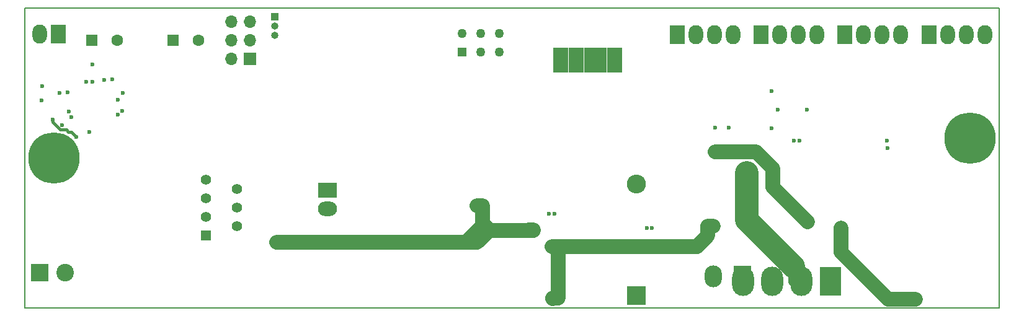
<source format=gbr>
G04 #@! TF.FileFunction,Copper,L2,Inr,Signal*
%FSLAX46Y46*%
G04 Gerber Fmt 4.6, Leading zero omitted, Abs format (unit mm)*
G04 Created by KiCad (PCBNEW 4.0.7) date 06/14/18 22:28:00*
%MOMM*%
%LPD*%
G01*
G04 APERTURE LIST*
%ADD10C,0.100000*%
%ADD11C,0.150000*%
%ADD12R,1.600000X1.600000*%
%ADD13C,1.600000*%
%ADD14R,2.600000X2.600000*%
%ADD15O,2.600000X2.600000*%
%ADD16C,7.000000*%
%ADD17R,1.700000X1.700000*%
%ADD18O,1.700000X1.700000*%
%ADD19R,1.000000X1.000000*%
%ADD20O,1.000000X1.000000*%
%ADD21R,2.350000X3.000000*%
%ADD22O,2.350000X3.000000*%
%ADD23C,1.270000*%
%ADD24R,1.270000X1.270000*%
%ADD25R,2.000000X2.600000*%
%ADD26O,2.000000X2.600000*%
%ADD27R,1.397000X1.397000*%
%ADD28C,1.397000*%
%ADD29R,1.100000X0.890000*%
%ADD30R,2.600000X2.000000*%
%ADD31O,2.600000X2.000000*%
%ADD32C,2.400000*%
%ADD33R,2.400000X2.400000*%
%ADD34R,3.000000X4.000000*%
%ADD35O,3.000000X4.000000*%
%ADD36C,0.600000*%
%ADD37C,0.415000*%
%ADD38C,2.000000*%
%ADD39C,1.470000*%
%ADD40C,3.200000*%
G04 APERTURE END LIST*
D10*
D11*
X25000000Y-164000000D02*
X25000000Y-123000000D01*
X158000000Y-164000000D02*
X25000000Y-164000000D01*
X158000000Y-123000000D02*
X158000000Y-164000000D01*
X25000000Y-123000000D02*
X158000000Y-123000000D01*
D12*
X45200000Y-127450000D03*
D13*
X48700000Y-127450000D03*
D12*
X34100000Y-127450000D03*
D13*
X37600000Y-127450000D03*
D14*
X108490000Y-162350000D03*
D15*
X108490000Y-147110000D03*
D16*
X154010000Y-140810000D03*
D17*
X55690000Y-129950000D03*
D18*
X53150000Y-129950000D03*
X55690000Y-127410000D03*
X53150000Y-127410000D03*
X55690000Y-124870000D03*
X53150000Y-124870000D03*
D19*
X59090000Y-124250000D03*
D20*
X59090000Y-125520000D03*
X59090000Y-126790000D03*
D21*
X122950000Y-159700000D03*
D22*
X118990000Y-159700000D03*
D23*
X84690000Y-126480000D03*
X87230000Y-126480000D03*
X89770000Y-126480000D03*
D24*
X84690000Y-129020000D03*
D23*
X87230000Y-129020000D03*
X89770000Y-129020000D03*
D25*
X125520000Y-126650000D03*
D26*
X128060000Y-126650000D03*
X130600000Y-126650000D03*
X133140000Y-126650000D03*
D25*
X114080000Y-126650000D03*
D26*
X116620000Y-126650000D03*
X119160000Y-126650000D03*
X121700000Y-126650000D03*
D25*
X136950000Y-126650000D03*
D26*
X139490000Y-126650000D03*
X142030000Y-126650000D03*
X144570000Y-126650000D03*
D25*
X148400000Y-126650000D03*
D26*
X150940000Y-126650000D03*
X153480000Y-126650000D03*
X156020000Y-126650000D03*
D27*
X49734000Y-154120000D03*
D28*
X53925000Y-152850000D03*
X49734000Y-151580000D03*
X53925000Y-150310000D03*
X49734000Y-149040000D03*
X53925000Y-147770000D03*
X49734000Y-146500000D03*
D29*
X106045000Y-131385000D03*
X106045000Y-130535000D03*
X106045000Y-128835000D03*
X106045000Y-129685000D03*
X104988750Y-129685000D03*
X104988750Y-128835000D03*
X104988750Y-130535000D03*
X104988750Y-131385000D03*
X103932500Y-131385000D03*
X103932500Y-130535000D03*
X103932500Y-128835000D03*
X103932500Y-129685000D03*
X102876250Y-129685000D03*
X102876250Y-128835000D03*
X102876250Y-130535000D03*
X102876250Y-131385000D03*
X101820000Y-131385000D03*
X101820000Y-130535000D03*
X101820000Y-128835000D03*
X101820000Y-129685000D03*
X100763750Y-129685000D03*
X100763750Y-128835000D03*
X100763750Y-130535000D03*
X100763750Y-131385000D03*
X99707500Y-131385000D03*
X99707500Y-130535000D03*
X99707500Y-128835000D03*
X99707500Y-129685000D03*
X98651250Y-129685000D03*
X98651250Y-128835000D03*
X98651250Y-130535000D03*
X98651250Y-131385000D03*
X97595000Y-131385000D03*
X97595000Y-130535000D03*
X97595000Y-128835000D03*
X97595000Y-129685000D03*
D16*
X29000000Y-143500000D03*
D30*
X66330000Y-147920000D03*
D31*
X66330000Y-150460000D03*
D25*
X29550000Y-126600000D03*
D26*
X27010000Y-126600000D03*
D32*
X30500000Y-159200000D03*
D33*
X27000000Y-159200000D03*
D34*
X134950000Y-160350000D03*
D35*
X130987600Y-160350000D03*
X127025200Y-160350000D03*
X123062800Y-160350000D03*
D36*
X109870000Y-153110000D03*
X110610000Y-153090000D03*
X97270000Y-151120000D03*
X96530000Y-151140000D03*
X34180000Y-133140000D03*
X34180000Y-130700000D03*
X28770000Y-138240000D03*
X32020000Y-140650000D03*
X121050000Y-142650000D03*
X119180000Y-142650000D03*
X131300000Y-151700000D03*
X131830000Y-152220000D03*
X123520000Y-145550000D03*
X122770000Y-145530000D03*
X121100000Y-139390000D03*
X119180000Y-139390000D03*
X118960000Y-152830000D03*
X118220000Y-152850000D03*
X96990000Y-155630000D03*
X97770000Y-155620000D03*
X97760000Y-162690000D03*
X97000000Y-162710000D03*
X142710000Y-141180000D03*
X142720000Y-142140000D03*
X129960000Y-141110000D03*
X130700000Y-141110000D03*
X31020000Y-137140000D03*
X35790000Y-132810000D03*
X29760000Y-134600000D03*
X30850000Y-134560000D03*
X146570000Y-162800000D03*
X136390000Y-153110000D03*
X145830000Y-162800000D03*
X136390000Y-153860000D03*
X30050000Y-139000000D03*
X33770000Y-139920000D03*
X37700000Y-137550000D03*
X27320000Y-133730000D03*
X37660000Y-135550000D03*
X33400000Y-133120000D03*
X59330000Y-155030000D03*
X60080000Y-155010000D03*
X94410000Y-153360000D03*
X93710000Y-153360000D03*
X87450000Y-150050000D03*
X86730000Y-150070000D03*
X131750000Y-136890000D03*
X126930000Y-139490000D03*
X127770000Y-136920000D03*
X126910000Y-134400000D03*
X38260000Y-137080000D03*
X36900000Y-132770000D03*
X38360000Y-134650000D03*
X31360000Y-137960000D03*
X27310000Y-135660000D03*
D37*
X28770000Y-138620000D02*
X28770000Y-138240000D01*
X29790000Y-139640000D02*
X28770000Y-138620000D01*
X30630000Y-139640000D02*
X29790000Y-139640000D01*
X30930000Y-139940000D02*
X30630000Y-139640000D01*
X31310000Y-139940000D02*
X30930000Y-139940000D01*
X32020000Y-140650000D02*
X31310000Y-139940000D01*
D38*
X119980000Y-142650000D02*
X119180000Y-142650000D01*
X131300000Y-151700000D02*
X127100000Y-147500000D01*
X124830000Y-142650000D02*
X121050000Y-142650000D01*
X121050000Y-142650000D02*
X119980000Y-142650000D01*
X127100000Y-144920000D02*
X124830000Y-142650000D01*
X127100000Y-147500000D02*
X127100000Y-144920000D01*
X131830000Y-152220000D02*
X131820000Y-152220000D01*
X131820000Y-152220000D02*
X131300000Y-151700000D01*
X131300000Y-151700000D02*
X131310000Y-151700000D01*
X131310000Y-151700000D02*
X131830000Y-152220000D01*
D39*
X129870000Y-160350000D02*
X129870000Y-158340000D01*
X129870000Y-160350000D02*
X129870000Y-159650000D01*
D40*
X123520000Y-145550000D02*
X123520000Y-151990000D01*
X123520000Y-151990000D02*
X129870000Y-158340000D01*
D39*
X129870000Y-158340000D02*
X129780000Y-158250000D01*
D38*
X118960000Y-152830000D02*
X118240000Y-152830000D01*
X118240000Y-152830000D02*
X118220000Y-152850000D01*
X118940000Y-152850000D02*
X118960000Y-152830000D01*
X118240000Y-154130000D02*
X118240000Y-152870000D01*
X118240000Y-152870000D02*
X118220000Y-152850000D01*
X118240000Y-154130000D02*
X116750000Y-155620000D01*
X97770000Y-155620000D02*
X116750000Y-155620000D01*
X97760000Y-162690000D02*
X97020000Y-162690000D01*
X97020000Y-162690000D02*
X97000000Y-162710000D01*
X97770000Y-155620000D02*
X97000000Y-155620000D01*
X97000000Y-155620000D02*
X96990000Y-155630000D01*
X97000000Y-155620000D02*
X96990000Y-155630000D01*
X97760000Y-162690000D02*
X97760000Y-155630000D01*
X97760000Y-155630000D02*
X97770000Y-155620000D01*
X146570000Y-162800000D02*
X142830000Y-162800000D01*
X136390000Y-156360000D02*
X136390000Y-153860000D01*
X136390000Y-156360000D02*
X142830000Y-162800000D01*
X136390000Y-153110000D02*
X136390000Y-153860000D01*
X85190000Y-155010000D02*
X86740000Y-155010000D01*
X86740000Y-155010000D02*
X88370000Y-153380000D01*
X60080000Y-155010000D02*
X85190000Y-155010000D01*
X85190000Y-155010000D02*
X87595000Y-152605000D01*
X59330000Y-155030000D02*
X60060000Y-155030000D01*
X60060000Y-155030000D02*
X60080000Y-155010000D01*
X93710000Y-153360000D02*
X94410000Y-153360000D01*
X86730000Y-150070000D02*
X87430000Y-150070000D01*
X87430000Y-150070000D02*
X87450000Y-150050000D01*
X87450000Y-150050000D02*
X86750000Y-150050000D01*
X86750000Y-150050000D02*
X86730000Y-150070000D01*
X87450000Y-152460000D02*
X87595000Y-152605000D01*
X87450000Y-150050000D02*
X87450000Y-152460000D01*
X87595000Y-152605000D02*
X88370000Y-153380000D01*
X94410000Y-153360000D02*
X94430000Y-153380000D01*
X88370000Y-153380000D02*
X94430000Y-153380000D01*
X86750000Y-150050000D02*
X86730000Y-150070000D01*
M02*

</source>
